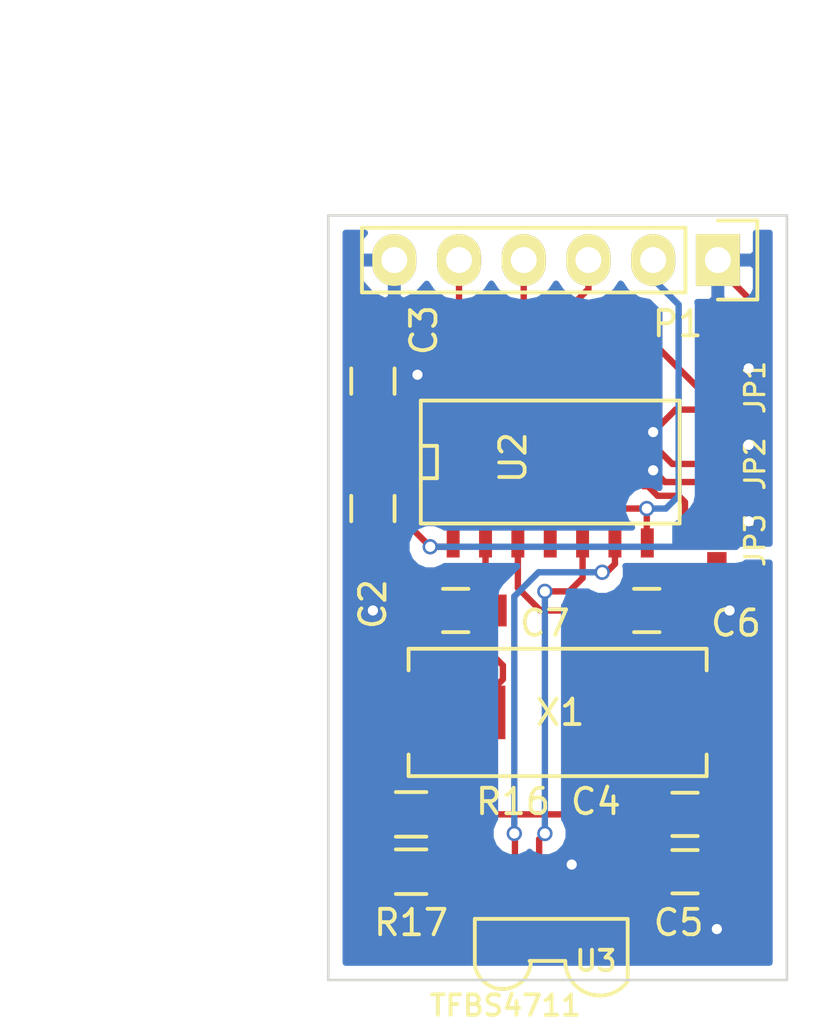
<source format=kicad_pcb>
(kicad_pcb (version 4) (host pcbnew 4.0.2-stable)

  (general
    (links 38)
    (no_connects 34)
    (area 139.949999 109.949999 158.050001 140.050001)
    (thickness 1.6)
    (drawings 6)
    (tracks 169)
    (zones 0)
    (modules 15)
    (nets 16)
  )

  (page A4)
  (layers
    (0 F.Cu signal)
    (31 B.Cu signal)
    (32 B.Adhes user hide)
    (33 F.Adhes user hide)
    (34 B.Paste user hide)
    (35 F.Paste user hide)
    (36 B.SilkS user)
    (37 F.SilkS user)
    (38 B.Mask user)
    (39 F.Mask user)
    (40 Dwgs.User user)
    (41 Cmts.User user)
    (42 Eco1.User user)
    (43 Eco2.User user)
    (44 Edge.Cuts user)
    (45 Margin user)
    (46 B.CrtYd user)
    (47 F.CrtYd user)
    (48 B.Fab user)
    (49 F.Fab user)
  )

  (setup
    (last_trace_width 0.25)
    (trace_clearance 0.2)
    (zone_clearance 0.508)
    (zone_45_only no)
    (trace_min 0.2)
    (segment_width 0.2)
    (edge_width 0.1)
    (via_size 0.6)
    (via_drill 0.4)
    (via_min_size 0.4)
    (via_min_drill 0.3)
    (uvia_size 0.3)
    (uvia_drill 0.1)
    (uvias_allowed no)
    (uvia_min_size 0.2)
    (uvia_min_drill 0.1)
    (pcb_text_width 0.3)
    (pcb_text_size 1.5 1.5)
    (mod_edge_width 0.15)
    (mod_text_size 1 1)
    (mod_text_width 0.15)
    (pad_size 3 3)
    (pad_drill 2.3)
    (pad_to_mask_clearance 0.152)
    (aux_axis_origin 0 0)
    (visible_elements FFFEEF7F)
    (pcbplotparams
      (layerselection 0x011f0_80000001)
      (usegerberextensions false)
      (excludeedgelayer true)
      (linewidth 0.100000)
      (plotframeref false)
      (viasonmask false)
      (mode 1)
      (useauxorigin false)
      (hpglpennumber 1)
      (hpglpenspeed 20)
      (hpglpendiameter 15)
      (hpglpenoverlay 2)
      (psnegative false)
      (psa4output false)
      (plotreference true)
      (plotvalue false)
      (plotinvisibletext false)
      (padsonsilk false)
      (subtractmaskfromsilk true)
      (outputformat 1)
      (mirror false)
      (drillshape 0)
      (scaleselection 1)
      (outputdirectory Fab/))
  )

  (net 0 "")
  (net 1 +5V)
  (net 2 GND)
  (net 3 "Net-(C4-Pad1)")
  (net 4 "Net-(C6-Pad1)")
  (net 5 "Net-(C7-Pad1)")
  (net 6 "Net-(JP1-Pad2)")
  (net 7 "Net-(JP2-Pad2)")
  (net 8 "Net-(JP3-Pad2)")
  (net 9 ENABLE)
  (net 10 /RESET)
  (net 11 /TX)
  (net 12 /RX)
  (net 13 "Net-(R17-Pad2)")
  (net 14 "Net-(U2-Pad5)")
  (net 15 "Net-(U2-Pad6)")

  (net_class Default "This is the default net class."
    (clearance 0.2)
    (trace_width 0.25)
    (via_dia 0.6)
    (via_drill 0.4)
    (uvia_dia 0.3)
    (uvia_drill 0.1)
    (add_net +5V)
    (add_net /RESET)
    (add_net /RX)
    (add_net /TX)
    (add_net ENABLE)
    (add_net GND)
    (add_net "Net-(C4-Pad1)")
    (add_net "Net-(C6-Pad1)")
    (add_net "Net-(C7-Pad1)")
    (add_net "Net-(JP1-Pad2)")
    (add_net "Net-(JP2-Pad2)")
    (add_net "Net-(JP3-Pad2)")
    (add_net "Net-(R17-Pad2)")
    (add_net "Net-(U2-Pad5)")
    (add_net "Net-(U2-Pad6)")
  )

  (module Capacitors_SMD:C_0805_HandSoldering (layer F.Cu) (tedit 541A9B8D) (tstamp 57C65449)
    (at 141.75 121.5 270)
    (descr "Capacitor SMD 0805, hand soldering")
    (tags "capacitor 0805")
    (path /539FD3D9)
    (attr smd)
    (fp_text reference C2 (at 3.75 0 270) (layer F.SilkS)
      (effects (font (size 1 1) (thickness 0.15)))
    )
    (fp_text value 4.7uf (at 0 2.1 270) (layer F.Fab)
      (effects (font (size 1 1) (thickness 0.15)))
    )
    (fp_line (start -2.3 -1) (end 2.3 -1) (layer F.CrtYd) (width 0.05))
    (fp_line (start -2.3 1) (end 2.3 1) (layer F.CrtYd) (width 0.05))
    (fp_line (start -2.3 -1) (end -2.3 1) (layer F.CrtYd) (width 0.05))
    (fp_line (start 2.3 -1) (end 2.3 1) (layer F.CrtYd) (width 0.05))
    (fp_line (start 0.5 -0.85) (end -0.5 -0.85) (layer F.SilkS) (width 0.15))
    (fp_line (start -0.5 0.85) (end 0.5 0.85) (layer F.SilkS) (width 0.15))
    (pad 1 smd rect (at -1.25 0 270) (size 1.5 1.25) (layers F.Cu F.Paste F.Mask)
      (net 1 +5V))
    (pad 2 smd rect (at 1.25 0 270) (size 1.5 1.25) (layers F.Cu F.Paste F.Mask)
      (net 2 GND))
    (model Capacitors_SMD.3dshapes/C_0805_HandSoldering.wrl
      (at (xyz 0 0 0))
      (scale (xyz 1 1 1))
      (rotate (xyz 0 0 0))
    )
  )

  (module Capacitors_SMD:C_0805_HandSoldering (layer F.Cu) (tedit 541A9B8D) (tstamp 57C6544F)
    (at 141.75 116.5 90)
    (descr "Capacitor SMD 0805, hand soldering")
    (tags "capacitor 0805")
    (path /539FD3DF)
    (attr smd)
    (fp_text reference C3 (at 2 2 90) (layer F.SilkS)
      (effects (font (size 1 1) (thickness 0.15)))
    )
    (fp_text value 0.1uf (at 0 2.1 90) (layer F.Fab)
      (effects (font (size 1 1) (thickness 0.15)))
    )
    (fp_line (start -2.3 -1) (end 2.3 -1) (layer F.CrtYd) (width 0.05))
    (fp_line (start -2.3 1) (end 2.3 1) (layer F.CrtYd) (width 0.05))
    (fp_line (start -2.3 -1) (end -2.3 1) (layer F.CrtYd) (width 0.05))
    (fp_line (start 2.3 -1) (end 2.3 1) (layer F.CrtYd) (width 0.05))
    (fp_line (start 0.5 -0.85) (end -0.5 -0.85) (layer F.SilkS) (width 0.15))
    (fp_line (start -0.5 0.85) (end 0.5 0.85) (layer F.SilkS) (width 0.15))
    (pad 1 smd rect (at -1.25 0 90) (size 1.5 1.25) (layers F.Cu F.Paste F.Mask)
      (net 1 +5V))
    (pad 2 smd rect (at 1.25 0 90) (size 1.5 1.25) (layers F.Cu F.Paste F.Mask)
      (net 2 GND))
    (model Capacitors_SMD.3dshapes/C_0805_HandSoldering.wrl
      (at (xyz 0 0 0))
      (scale (xyz 1 1 1))
      (rotate (xyz 0 0 0))
    )
  )

  (module Capacitors_SMD:C_0805_HandSoldering (layer F.Cu) (tedit 541A9B8D) (tstamp 57C65455)
    (at 154 133.5)
    (descr "Capacitor SMD 0805, hand soldering")
    (tags "capacitor 0805")
    (path /539FC9A1)
    (attr smd)
    (fp_text reference C4 (at -3.5 -0.5) (layer F.SilkS)
      (effects (font (size 1 1) (thickness 0.15)))
    )
    (fp_text value 4.7uf (at 0 2.1) (layer F.Fab)
      (effects (font (size 1 1) (thickness 0.15)))
    )
    (fp_line (start -2.3 -1) (end 2.3 -1) (layer F.CrtYd) (width 0.05))
    (fp_line (start -2.3 1) (end 2.3 1) (layer F.CrtYd) (width 0.05))
    (fp_line (start -2.3 -1) (end -2.3 1) (layer F.CrtYd) (width 0.05))
    (fp_line (start 2.3 -1) (end 2.3 1) (layer F.CrtYd) (width 0.05))
    (fp_line (start 0.5 -0.85) (end -0.5 -0.85) (layer F.SilkS) (width 0.15))
    (fp_line (start -0.5 0.85) (end 0.5 0.85) (layer F.SilkS) (width 0.15))
    (pad 1 smd rect (at -1.25 0) (size 1.5 1.25) (layers F.Cu F.Paste F.Mask)
      (net 3 "Net-(C4-Pad1)"))
    (pad 2 smd rect (at 1.25 0) (size 1.5 1.25) (layers F.Cu F.Paste F.Mask)
      (net 2 GND))
    (model Capacitors_SMD.3dshapes/C_0805_HandSoldering.wrl
      (at (xyz 0 0 0))
      (scale (xyz 1 1 1))
      (rotate (xyz 0 0 0))
    )
  )

  (module Capacitors_SMD:C_0805_HandSoldering (layer F.Cu) (tedit 541A9B8D) (tstamp 57C6545B)
    (at 154 135.75)
    (descr "Capacitor SMD 0805, hand soldering")
    (tags "capacitor 0805")
    (path /539FC9B1)
    (attr smd)
    (fp_text reference C5 (at -0.25 2) (layer F.SilkS)
      (effects (font (size 1 1) (thickness 0.15)))
    )
    (fp_text value 0.1uf (at 0 2.1) (layer F.Fab)
      (effects (font (size 1 1) (thickness 0.15)))
    )
    (fp_line (start -2.3 -1) (end 2.3 -1) (layer F.CrtYd) (width 0.05))
    (fp_line (start -2.3 1) (end 2.3 1) (layer F.CrtYd) (width 0.05))
    (fp_line (start -2.3 -1) (end -2.3 1) (layer F.CrtYd) (width 0.05))
    (fp_line (start 2.3 -1) (end 2.3 1) (layer F.CrtYd) (width 0.05))
    (fp_line (start 0.5 -0.85) (end -0.5 -0.85) (layer F.SilkS) (width 0.15))
    (fp_line (start -0.5 0.85) (end 0.5 0.85) (layer F.SilkS) (width 0.15))
    (pad 1 smd rect (at -1.25 0) (size 1.5 1.25) (layers F.Cu F.Paste F.Mask)
      (net 3 "Net-(C4-Pad1)"))
    (pad 2 smd rect (at 1.25 0) (size 1.5 1.25) (layers F.Cu F.Paste F.Mask)
      (net 2 GND))
    (model Capacitors_SMD.3dshapes/C_0805_HandSoldering.wrl
      (at (xyz 0 0 0))
      (scale (xyz 1 1 1))
      (rotate (xyz 0 0 0))
    )
  )

  (module Capacitors_SMD:C_0805_HandSoldering (layer F.Cu) (tedit 541A9B8D) (tstamp 57C65461)
    (at 152.5 125.5)
    (descr "Capacitor SMD 0805, hand soldering")
    (tags "capacitor 0805")
    (path /539FC14E)
    (attr smd)
    (fp_text reference C6 (at 3.5 0.5) (layer F.SilkS)
      (effects (font (size 1 1) (thickness 0.15)))
    )
    (fp_text value 27pf (at 0 2.1) (layer F.Fab)
      (effects (font (size 1 1) (thickness 0.15)))
    )
    (fp_line (start -2.3 -1) (end 2.3 -1) (layer F.CrtYd) (width 0.05))
    (fp_line (start -2.3 1) (end 2.3 1) (layer F.CrtYd) (width 0.05))
    (fp_line (start -2.3 -1) (end -2.3 1) (layer F.CrtYd) (width 0.05))
    (fp_line (start 2.3 -1) (end 2.3 1) (layer F.CrtYd) (width 0.05))
    (fp_line (start 0.5 -0.85) (end -0.5 -0.85) (layer F.SilkS) (width 0.15))
    (fp_line (start -0.5 0.85) (end 0.5 0.85) (layer F.SilkS) (width 0.15))
    (pad 1 smd rect (at -1.25 0) (size 1.5 1.25) (layers F.Cu F.Paste F.Mask)
      (net 4 "Net-(C6-Pad1)"))
    (pad 2 smd rect (at 1.25 0) (size 1.5 1.25) (layers F.Cu F.Paste F.Mask)
      (net 2 GND))
    (model Capacitors_SMD.3dshapes/C_0805_HandSoldering.wrl
      (at (xyz 0 0 0))
      (scale (xyz 1 1 1))
      (rotate (xyz 0 0 0))
    )
  )

  (module Capacitors_SMD:C_0805_HandSoldering (layer F.Cu) (tedit 541A9B8D) (tstamp 57C65467)
    (at 145 125.5 180)
    (descr "Capacitor SMD 0805, hand soldering")
    (tags "capacitor 0805")
    (path /539D0EA2)
    (attr smd)
    (fp_text reference C7 (at -3.5 -0.5 180) (layer F.SilkS)
      (effects (font (size 1 1) (thickness 0.15)))
    )
    (fp_text value 27pf (at 0 2.1 180) (layer F.Fab)
      (effects (font (size 1 1) (thickness 0.15)))
    )
    (fp_line (start -2.3 -1) (end 2.3 -1) (layer F.CrtYd) (width 0.05))
    (fp_line (start -2.3 1) (end 2.3 1) (layer F.CrtYd) (width 0.05))
    (fp_line (start -2.3 -1) (end -2.3 1) (layer F.CrtYd) (width 0.05))
    (fp_line (start 2.3 -1) (end 2.3 1) (layer F.CrtYd) (width 0.05))
    (fp_line (start 0.5 -0.85) (end -0.5 -0.85) (layer F.SilkS) (width 0.15))
    (fp_line (start -0.5 0.85) (end 0.5 0.85) (layer F.SilkS) (width 0.15))
    (pad 1 smd rect (at -1.25 0 180) (size 1.5 1.25) (layers F.Cu F.Paste F.Mask)
      (net 5 "Net-(C7-Pad1)"))
    (pad 2 smd rect (at 1.25 0 180) (size 1.5 1.25) (layers F.Cu F.Paste F.Mask)
      (net 2 GND))
    (model Capacitors_SMD.3dshapes/C_0805_HandSoldering.wrl
      (at (xyz 0 0 0))
      (scale (xyz 1 1 1))
      (rotate (xyz 0 0 0))
    )
  )

  (module CosmoneerJr:S_JUMPER_3 (layer F.Cu) (tedit 514E2FE1) (tstamp 57C6546E)
    (at 155.25 116.7888 90)
    (path /539FC2D0)
    (fp_text reference JP1 (at 0.0388 1.5 90) (layer F.SilkS)
      (effects (font (size 0.762 0.762) (thickness 0.127)))
    )
    (fp_text value JUMPER3 (at -0.05 1.25 90) (layer F.SilkS) hide
      (effects (font (size 0.762 0.762) (thickness 0.127)))
    )
    (pad 2 smd rect (at 0 0 90) (size 0.508 0.762) (layers F.Cu F.Paste F.Mask)
      (net 6 "Net-(JP1-Pad2)") (clearance 0.2032))
    (pad 1 smd rect (at -0.7112 0 90) (size 0.508 0.762) (layers F.Cu F.Paste F.Mask)
      (net 2 GND) (clearance 0.2032))
    (pad 3 smd rect (at 0.7112 0 90) (size 0.508 0.762) (layers F.Cu F.Paste F.Mask)
      (net 1 +5V) (clearance 0.2032))
  )

  (module CosmoneerJr:S_JUMPER_3 (layer F.Cu) (tedit 514E2FE1) (tstamp 57C65475)
    (at 155.25 119.75 90)
    (path /539FCDAE)
    (fp_text reference JP2 (at 0 1.5 90) (layer F.SilkS)
      (effects (font (size 0.762 0.762) (thickness 0.127)))
    )
    (fp_text value JUMPER3 (at -0.05 1.25 90) (layer F.SilkS) hide
      (effects (font (size 0.762 0.762) (thickness 0.127)))
    )
    (pad 2 smd rect (at 0 0 90) (size 0.508 0.762) (layers F.Cu F.Paste F.Mask)
      (net 7 "Net-(JP2-Pad2)") (clearance 0.2032))
    (pad 1 smd rect (at -0.7112 0 90) (size 0.508 0.762) (layers F.Cu F.Paste F.Mask)
      (net 2 GND) (clearance 0.2032))
    (pad 3 smd rect (at 0.7112 0 90) (size 0.508 0.762) (layers F.Cu F.Paste F.Mask)
      (net 1 +5V) (clearance 0.2032))
  )

  (module CosmoneerJr:S_JUMPER_3 (layer F.Cu) (tedit 514E2FE1) (tstamp 57C6547C)
    (at 155.25 122.75 90)
    (path /539FCDB4)
    (fp_text reference JP3 (at 0 1.5 90) (layer F.SilkS)
      (effects (font (size 0.762 0.762) (thickness 0.127)))
    )
    (fp_text value JUMPER3 (at -0.05 1.25 90) (layer F.SilkS) hide
      (effects (font (size 0.762 0.762) (thickness 0.127)))
    )
    (pad 2 smd rect (at 0 0 90) (size 0.508 0.762) (layers F.Cu F.Paste F.Mask)
      (net 8 "Net-(JP3-Pad2)") (clearance 0.2032))
    (pad 1 smd rect (at -0.7112 0 90) (size 0.508 0.762) (layers F.Cu F.Paste F.Mask)
      (net 2 GND) (clearance 0.2032))
    (pad 3 smd rect (at 0.7112 0 90) (size 0.508 0.762) (layers F.Cu F.Paste F.Mask)
      (net 1 +5V) (clearance 0.2032))
  )

  (module Pin_Headers:Pin_Header_Straight_1x06 (layer F.Cu) (tedit 0) (tstamp 57C65486)
    (at 155.29 111.75 270)
    (descr "Through hole pin header")
    (tags "pin header")
    (path /539D27D4)
    (fp_text reference P1 (at 2.5 1.58 360) (layer F.SilkS)
      (effects (font (size 1 1) (thickness 0.15)))
    )
    (fp_text value ".1\" Header" (at 0 -3.1 270) (layer F.Fab)
      (effects (font (size 1 1) (thickness 0.15)))
    )
    (fp_line (start -1.75 -1.75) (end -1.75 14.45) (layer F.CrtYd) (width 0.05))
    (fp_line (start 1.75 -1.75) (end 1.75 14.45) (layer F.CrtYd) (width 0.05))
    (fp_line (start -1.75 -1.75) (end 1.75 -1.75) (layer F.CrtYd) (width 0.05))
    (fp_line (start -1.75 14.45) (end 1.75 14.45) (layer F.CrtYd) (width 0.05))
    (fp_line (start 1.27 1.27) (end 1.27 13.97) (layer F.SilkS) (width 0.15))
    (fp_line (start 1.27 13.97) (end -1.27 13.97) (layer F.SilkS) (width 0.15))
    (fp_line (start -1.27 13.97) (end -1.27 1.27) (layer F.SilkS) (width 0.15))
    (fp_line (start 1.55 -1.55) (end 1.55 0) (layer F.SilkS) (width 0.15))
    (fp_line (start 1.27 1.27) (end -1.27 1.27) (layer F.SilkS) (width 0.15))
    (fp_line (start -1.55 0) (end -1.55 -1.55) (layer F.SilkS) (width 0.15))
    (fp_line (start -1.55 -1.55) (end 1.55 -1.55) (layer F.SilkS) (width 0.15))
    (pad 1 thru_hole rect (at 0 0 270) (size 2.032 1.7272) (drill 1.016) (layers *.Cu *.Mask F.SilkS)
      (net 1 +5V))
    (pad 2 thru_hole oval (at 0 2.54 270) (size 2.032 1.7272) (drill 1.016) (layers *.Cu *.Mask F.SilkS)
      (net 10 /RESET))
    (pad 3 thru_hole oval (at 0 5.08 270) (size 2.032 1.7272) (drill 1.016) (layers *.Cu *.Mask F.SilkS)
      (net 12 /RX))
    (pad 4 thru_hole oval (at 0 7.62 270) (size 2.032 1.7272) (drill 1.016) (layers *.Cu *.Mask F.SilkS)
      (net 11 /TX))
    (pad 5 thru_hole oval (at 0 10.16 270) (size 2.032 1.7272) (drill 1.016) (layers *.Cu *.Mask F.SilkS)
      (net 9 ENABLE))
    (pad 6 thru_hole oval (at 0 12.7 270) (size 2.032 1.7272) (drill 1.016) (layers *.Cu *.Mask F.SilkS)
      (net 2 GND))
    (model Pin_Headers.3dshapes/Pin_Header_Straight_1x06.wrl
      (at (xyz 0 -0.25 0))
      (scale (xyz 1 1 1))
      (rotate (xyz 0 0 90))
    )
  )

  (module Resistors_SMD:R_0805_HandSoldering (layer F.Cu) (tedit 54189DEE) (tstamp 57C6548C)
    (at 143.25 133.5)
    (descr "Resistor SMD 0805, hand soldering")
    (tags "resistor 0805")
    (path /539FC154)
    (attr smd)
    (fp_text reference R16 (at 4 -0.5) (layer F.SilkS)
      (effects (font (size 1 1) (thickness 0.15)))
    )
    (fp_text value "47 Ohm" (at 0 2.1) (layer F.Fab)
      (effects (font (size 1 1) (thickness 0.15)))
    )
    (fp_line (start -2.4 -1) (end 2.4 -1) (layer F.CrtYd) (width 0.05))
    (fp_line (start -2.4 1) (end 2.4 1) (layer F.CrtYd) (width 0.05))
    (fp_line (start -2.4 -1) (end -2.4 1) (layer F.CrtYd) (width 0.05))
    (fp_line (start 2.4 -1) (end 2.4 1) (layer F.CrtYd) (width 0.05))
    (fp_line (start 0.6 0.875) (end -0.6 0.875) (layer F.SilkS) (width 0.15))
    (fp_line (start -0.6 -0.875) (end 0.6 -0.875) (layer F.SilkS) (width 0.15))
    (pad 1 smd rect (at -1.35 0) (size 1.5 1.3) (layers F.Cu F.Paste F.Mask)
      (net 1 +5V))
    (pad 2 smd rect (at 1.35 0) (size 1.5 1.3) (layers F.Cu F.Paste F.Mask)
      (net 3 "Net-(C4-Pad1)"))
    (model Resistors_SMD.3dshapes/R_0805_HandSoldering.wrl
      (at (xyz 0 0 0))
      (scale (xyz 1 1 1))
      (rotate (xyz 0 0 0))
    )
  )

  (module Resistors_SMD:R_0805_HandSoldering (layer F.Cu) (tedit 54189DEE) (tstamp 57C65492)
    (at 143.25 135.75)
    (descr "Resistor SMD 0805, hand soldering")
    (tags "resistor 0805")
    (path /539FCBF5)
    (attr smd)
    (fp_text reference R17 (at 0 2) (layer F.SilkS)
      (effects (font (size 1 1) (thickness 0.15)))
    )
    (fp_text value "0 Ohm" (at 0 2.1) (layer F.Fab)
      (effects (font (size 1 1) (thickness 0.15)))
    )
    (fp_line (start -2.4 -1) (end 2.4 -1) (layer F.CrtYd) (width 0.05))
    (fp_line (start -2.4 1) (end 2.4 1) (layer F.CrtYd) (width 0.05))
    (fp_line (start -2.4 -1) (end -2.4 1) (layer F.CrtYd) (width 0.05))
    (fp_line (start 2.4 -1) (end 2.4 1) (layer F.CrtYd) (width 0.05))
    (fp_line (start 0.6 0.875) (end -0.6 0.875) (layer F.SilkS) (width 0.15))
    (fp_line (start -0.6 -0.875) (end 0.6 -0.875) (layer F.SilkS) (width 0.15))
    (pad 1 smd rect (at -1.35 0) (size 1.5 1.3) (layers F.Cu F.Paste F.Mask)
      (net 1 +5V))
    (pad 2 smd rect (at 1.35 0) (size 1.5 1.3) (layers F.Cu F.Paste F.Mask)
      (net 13 "Net-(R17-Pad2)"))
    (model Resistors_SMD.3dshapes/R_0805_HandSoldering.wrl
      (at (xyz 0 0 0))
      (scale (xyz 1 1 1))
      (rotate (xyz 0 0 0))
    )
  )

  (module SMD_Packages:SOIC-14_N (layer F.Cu) (tedit 0) (tstamp 57C654A4)
    (at 148.71 119.548)
    (descr "Module CMS SOJ 14 pins Large")
    (tags "CMS SOJ")
    (path /53A118D2)
    (attr smd)
    (fp_text reference U2 (at -1.46 -0.048 90) (layer F.SilkS)
      (effects (font (size 1 1) (thickness 0.15)))
    )
    (fp_text value MCP2120-SL (at 0 1.27) (layer F.Fab)
      (effects (font (size 1 1) (thickness 0.15)))
    )
    (fp_line (start 5.08 -2.286) (end 5.08 2.54) (layer F.SilkS) (width 0.15))
    (fp_line (start 5.08 2.54) (end -5.08 2.54) (layer F.SilkS) (width 0.15))
    (fp_line (start -5.08 2.54) (end -5.08 -2.286) (layer F.SilkS) (width 0.15))
    (fp_line (start -5.08 -2.286) (end 5.08 -2.286) (layer F.SilkS) (width 0.15))
    (fp_line (start -5.08 -0.508) (end -4.445 -0.508) (layer F.SilkS) (width 0.15))
    (fp_line (start -4.445 -0.508) (end -4.445 0.762) (layer F.SilkS) (width 0.15))
    (fp_line (start -4.445 0.762) (end -5.08 0.762) (layer F.SilkS) (width 0.15))
    (pad 1 smd rect (at -3.81 3.302) (size 0.508 1.143) (layers F.Cu F.Paste F.Mask)
      (net 1 +5V))
    (pad 2 smd rect (at -2.54 3.302) (size 0.508 1.143) (layers F.Cu F.Paste F.Mask)
      (net 5 "Net-(C7-Pad1)"))
    (pad 3 smd rect (at -1.27 3.302) (size 0.508 1.143) (layers F.Cu F.Paste F.Mask)
      (net 4 "Net-(C6-Pad1)"))
    (pad 4 smd rect (at 0 3.302) (size 0.508 1.143) (layers F.Cu F.Paste F.Mask)
      (net 10 /RESET))
    (pad 5 smd rect (at 1.27 3.302) (size 0.508 1.143) (layers F.Cu F.Paste F.Mask)
      (net 14 "Net-(U2-Pad5)"))
    (pad 6 smd rect (at 2.54 3.302) (size 0.508 1.143) (layers F.Cu F.Paste F.Mask)
      (net 15 "Net-(U2-Pad6)"))
    (pad 7 smd rect (at 3.81 3.302) (size 0.508 1.143) (layers F.Cu F.Paste F.Mask)
      (net 10 /RESET))
    (pad 8 smd rect (at 3.81 -3.048) (size 0.508 1.143) (layers F.Cu F.Paste F.Mask)
      (net 7 "Net-(JP2-Pad2)"))
    (pad 9 smd rect (at 2.54 -3.048) (size 0.508 1.143) (layers F.Cu F.Paste F.Mask)
      (net 6 "Net-(JP1-Pad2)"))
    (pad 11 smd rect (at 0 -3.048) (size 0.508 1.143) (layers F.Cu F.Paste F.Mask)
      (net 12 /RX))
    (pad 12 smd rect (at -1.27 -3.048) (size 0.508 1.143) (layers F.Cu F.Paste F.Mask)
      (net 11 /TX))
    (pad 13 smd rect (at -2.54 -3.048) (size 0.508 1.143) (layers F.Cu F.Paste F.Mask)
      (net 9 ENABLE))
    (pad 14 smd rect (at -3.81 -3.048) (size 0.508 1.143) (layers F.Cu F.Paste F.Mask)
      (net 2 GND))
    (pad 10 smd rect (at 1.27 -3.048) (size 0.508 1.143) (layers F.Cu F.Paste F.Mask)
      (net 8 "Net-(JP3-Pad2)"))
    (model SMD_Packages.3dshapes/SOIC-14_N.wrl
      (at (xyz 0 0 0))
      (scale (xyz 0.5 0.4 0.5))
      (rotate (xyz 0 0 0))
    )
  )

  (module CosmoneerJr:vishay_TFBS4711 (layer F.Cu) (tedit 53A805FA) (tstamp 57C654AE)
    (at 148.75 138.5)
    (descr "Infrared Transceiver - Vishay TFBS4711 series")
    (path /539E787D)
    (fp_text reference U3 (at 1.75 0.75) (layer F.SilkS)
      (effects (font (size 0.8 0.8) (thickness 0.15)))
    )
    (fp_text value TFBS4711 (at -1.8 2.5) (layer F.SilkS)
      (effects (font (size 0.8 0.8) (thickness 0.15)))
    )
    (fp_line (start -0.85 0.75) (end 0.55 0.75) (layer F.SilkS) (width 0.15))
    (fp_line (start 3 -0.9) (end 3 1.5) (layer F.SilkS) (width 0.15))
    (fp_arc (start 1.9 0.75) (end 3 1.55) (angle 90) (layer F.SilkS) (width 0.15))
    (fp_arc (start 1.9 0.75) (end 1.9 2.1) (angle 90) (layer F.SilkS) (width 0.15))
    (fp_arc (start -1.9 0.75) (end -0.8 0.75) (angle 90) (layer F.SilkS) (width 0.15))
    (fp_arc (start -1.9 0.75) (end -1.8 1.85) (angle 90) (layer F.SilkS) (width 0.15))
    (fp_line (start 3 -0.9) (end -3 -0.9) (layer F.SilkS) (width 0.15))
    (fp_line (start -3 -0.9) (end -3 0.8) (layer F.SilkS) (width 0.15))
    (pad 1 smd rect (at -2.375 -0.665) (size 0.64 1.27) (layers F.Cu F.Paste F.Mask)
      (net 13 "Net-(R17-Pad2)"))
    (pad 3 smd rect (at -0.475 -0.665) (size 0.64 1.27) (layers F.Cu F.Paste F.Mask)
      (net 14 "Net-(U2-Pad5)"))
    (pad 4 smd rect (at 0.475 -0.665) (size 0.64 1.27) (layers F.Cu F.Paste F.Mask)
      (net 2 GND))
    (pad 2 smd rect (at -1.425 -0.665) (size 0.64 1.27) (layers F.Cu F.Paste F.Mask)
      (net 15 "Net-(U2-Pad6)"))
    (pad 5 smd rect (at 1.425 -0.665) (size 0.64 1.27) (layers F.Cu F.Paste F.Mask)
      (net 3 "Net-(C4-Pad1)"))
    (pad 6 smd rect (at 2.375 -0.665) (size 0.64 1.27) (layers F.Cu F.Paste F.Mask)
      (net 2 GND))
  )

  (module Crystals:Crystal_HC49-SD_SMD (layer F.Cu) (tedit 0) (tstamp 57C654B4)
    (at 149 129.5)
    (descr "Crystal Quarz HC49-SD SMD")
    (tags "Crystal Quarz HC49-SD SMD")
    (path /539E6B49)
    (attr smd)
    (fp_text reference X1 (at 0.09886 0) (layer F.SilkS)
      (effects (font (size 1 1) (thickness 0.15)))
    )
    (fp_text value 7.3728Mhz (at -12.65114 0) (layer F.Fab)
      (effects (font (size 1 1) (thickness 0.15)))
    )
    (fp_circle (center 0 0) (end 0.8509 0) (layer F.Adhes) (width 0.381))
    (fp_circle (center 0 0) (end 0.50038 0) (layer F.Adhes) (width 0.381))
    (fp_circle (center 0 0) (end 0.14986 0.0508) (layer F.Adhes) (width 0.381))
    (fp_line (start -5.84962 2.49936) (end 5.84962 2.49936) (layer F.SilkS) (width 0.15))
    (fp_line (start 5.84962 -2.49936) (end -5.84962 -2.49936) (layer F.SilkS) (width 0.15))
    (fp_line (start 5.84962 2.49936) (end 5.84962 1.651) (layer F.SilkS) (width 0.15))
    (fp_line (start 5.84962 -2.49936) (end 5.84962 -1.651) (layer F.SilkS) (width 0.15))
    (fp_line (start -5.84962 2.49936) (end -5.84962 1.651) (layer F.SilkS) (width 0.15))
    (fp_line (start -5.84962 -2.49936) (end -5.84962 -1.651) (layer F.SilkS) (width 0.15))
    (pad 1 smd rect (at -4.84886 0) (size 5.6007 2.10058) (layers F.Cu F.Paste F.Mask)
      (net 5 "Net-(C7-Pad1)"))
    (pad 2 smd rect (at 4.84886 0) (size 5.6007 2.10058) (layers F.Cu F.Paste F.Mask)
      (net 4 "Net-(C6-Pad1)"))
  )

  (dimension 30 (width 0.3) (layer Dwgs.User)
    (gr_text "30.000 mm" (at 133.4 125 90) (layer Dwgs.User)
      (effects (font (size 1.5 1.5) (thickness 0.3)))
    )
    (feature1 (pts (xy 140 110) (xy 132.05 110)))
    (feature2 (pts (xy 140 140) (xy 132.05 140)))
    (crossbar (pts (xy 134.75 140) (xy 134.75 110)))
    (arrow1a (pts (xy 134.75 110) (xy 135.336421 111.126504)))
    (arrow1b (pts (xy 134.75 110) (xy 134.163579 111.126504)))
    (arrow2a (pts (xy 134.75 140) (xy 135.336421 138.873496)))
    (arrow2b (pts (xy 134.75 140) (xy 134.163579 138.873496)))
  )
  (dimension 18 (width 0.3) (layer Dwgs.User)
    (gr_text "18.000 mm" (at 149 103.4) (layer Dwgs.User)
      (effects (font (size 1.5 1.5) (thickness 0.3)))
    )
    (feature1 (pts (xy 158 110) (xy 158 102.05)))
    (feature2 (pts (xy 140 110) (xy 140 102.05)))
    (crossbar (pts (xy 140 104.75) (xy 158 104.75)))
    (arrow1a (pts (xy 158 104.75) (xy 156.873496 105.336421)))
    (arrow1b (pts (xy 158 104.75) (xy 156.873496 104.163579)))
    (arrow2a (pts (xy 140 104.75) (xy 141.126504 105.336421)))
    (arrow2b (pts (xy 140 104.75) (xy 141.126504 104.163579)))
  )
  (gr_line (start 158 140) (end 158 110) (layer Edge.Cuts) (width 0.1))
  (gr_line (start 140 140) (end 158 140) (layer Edge.Cuts) (width 0.1))
  (gr_line (start 140 110) (end 140 140) (layer Edge.Cuts) (width 0.1))
  (gr_line (start 158 110) (end 140 110) (layer Edge.Cuts) (width 0.1))

  (segment (start 141.75 120.25) (end 141.75 117.75) (width 0.25) (layer F.Cu) (net 1))
  (segment (start 140.7 121.7) (end 141.95 120.45) (width 0.25) (layer F.Cu) (net 1))
  (segment (start 140.7 132.45) (end 140.7 121.7) (width 0.25) (layer F.Cu) (net 1))
  (segment (start 141.95 133.7) (end 140.7 132.45) (width 0.25) (layer F.Cu) (net 1))
  (segment (start 141.9 133.5) (end 141.75 133.5) (width 0.25) (layer F.Cu) (net 1))
  (segment (start 141.9 135.75) (end 141.9 133.5) (width 0.25) (layer F.Cu) (net 1))
  (segment (start 156.5 119) (end 156.5 122) (width 0.25) (layer F.Cu) (net 1))
  (segment (start 156.5 116) (end 156.5 119) (width 0.25) (layer F.Cu) (net 1))
  (segment (start 156.5 113.25) (end 156.5 116) (width 0.25) (layer F.Cu) (net 1))
  (segment (start 155.16 111.91) (end 156.5 113.25) (width 0.25) (layer F.Cu) (net 1))
  (segment (start 155.16 111.75) (end 155.16 111.91) (width 0.25) (layer F.Cu) (net 1))
  (segment (start 144 123) (end 143 122) (width 0.25) (layer F.Cu) (net 1))
  (segment (start 143 122) (end 143 121.625) (width 0.25) (layer F.Cu) (net 1))
  (segment (start 143 121.625) (end 141.75 120.375) (width 0.25) (layer F.Cu) (net 1))
  (segment (start 141.75 120.375) (end 141.75 120.25) (width 0.25) (layer F.Cu) (net 1))
  (segment (start 144 123) (end 144.75 123) (width 0.25) (layer F.Cu) (net 1))
  (segment (start 144.75 123) (end 144.9 122.85) (width 0.25) (layer F.Cu) (net 1))
  (via (at 144 123) (size 0.6) (drill 0.4) (layers F.Cu B.Cu) (net 1))
  (segment (start 156.5 122) (end 156.5 122.5) (width 0.25) (layer B.Cu) (net 1))
  (segment (start 156.5 122.5) (end 156 123) (width 0.25) (layer B.Cu) (net 1))
  (segment (start 156 123) (end 144 123) (width 0.25) (layer B.Cu) (net 1))
  (segment (start 156.5 122) (end 155.2888 122) (width 0.25) (layer F.Cu) (net 1))
  (segment (start 155.2888 122) (end 155.25 122.0388) (width 0.25) (layer F.Cu) (net 1))
  (segment (start 156.5 119) (end 155.2888 119) (width 0.25) (layer F.Cu) (net 1))
  (segment (start 155.2888 119) (end 155.25 119.0388) (width 0.25) (layer F.Cu) (net 1))
  (via (at 156.5 122) (size 0.6) (drill 0.4) (layers F.Cu B.Cu) (net 1))
  (via (at 156.5 119) (size 0.6) (drill 0.4) (layers F.Cu B.Cu) (net 1))
  (segment (start 156.5 116) (end 155.3276 116) (width 0.25) (layer F.Cu) (net 1))
  (segment (start 155.3276 116) (end 155.25 116.0776) (width 0.25) (layer F.Cu) (net 1))
  (via (at 156.5 116) (size 0.6) (drill 0.4) (layers F.Cu B.Cu) (net 1))
  (segment (start 155.16 111.75) (end 155.16 111.9024) (width 0.25) (layer B.Cu) (net 1))
  (segment (start 151.125 137.835) (end 151.125 136.875) (width 0.25) (layer F.Cu) (net 2))
  (segment (start 151.125 136.875) (end 151.25 136.75) (width 0.25) (layer F.Cu) (net 2))
  (segment (start 151.25 136.75) (end 151.65 136.75) (width 0.25) (layer F.Cu) (net 2))
  (segment (start 151.65 136.75) (end 152.9 138) (width 0.25) (layer F.Cu) (net 2))
  (segment (start 152.9 138) (end 155.25 138) (width 0.25) (layer F.Cu) (net 2))
  (segment (start 149.553087 136.621913) (end 149.553087 135.892573) (width 0.25) (layer F.Cu) (net 2))
  (segment (start 149.225 136.95) (end 149.553087 136.621913) (width 0.25) (layer F.Cu) (net 2))
  (segment (start 149.553087 135.892573) (end 149.553087 135.468309) (width 0.25) (layer F.Cu) (net 2))
  (via (at 149.553087 135.468309) (size 0.6) (drill 0.4) (layers F.Cu B.Cu) (net 2))
  (segment (start 149.225 137.835) (end 149.225 136.95) (width 0.25) (layer F.Cu) (net 2))
  (via (at 152.75 118.5) (size 0.6) (drill 0.4) (layers F.Cu B.Cu) (net 2))
  (segment (start 153.631 117.619) (end 152.75 118.5) (width 0.25) (layer F.Cu) (net 2))
  (segment (start 154.5 117.619) (end 153.631 117.619) (width 0.25) (layer F.Cu) (net 2))
  (segment (start 155.25 117.5) (end 154.619 117.5) (width 0.25) (layer F.Cu) (net 2))
  (segment (start 154.619 117.5) (end 154.5 117.619) (width 0.25) (layer F.Cu) (net 2))
  (via (at 152.75 120) (size 0.6) (drill 0.4) (layers F.Cu B.Cu) (net 2))
  (segment (start 153.2112 120.4612) (end 152.75 120) (width 0.25) (layer F.Cu) (net 2))
  (segment (start 155.25 120.4612) (end 153.2112 120.4612) (width 0.25) (layer F.Cu) (net 2))
  (segment (start 155.25 135.75) (end 155.25 133.5) (width 0.25) (layer F.Cu) (net 2))
  (segment (start 155.25 138) (end 155.25 135.75) (width 0.25) (layer F.Cu) (net 2))
  (segment (start 155.25 138) (end 155.549999 137.700001) (width 0.25) (layer B.Cu) (net 2))
  (via (at 155.25 138) (size 0.6) (drill 0.4) (layers F.Cu B.Cu) (net 2))
  (segment (start 155.75 125.5) (end 153.75 125.5) (width 0.25) (layer F.Cu) (net 2))
  (via (at 155.75 125.5) (size 0.6) (drill 0.4) (layers F.Cu B.Cu) (net 2))
  (segment (start 155.75 124.4652) (end 155.75 125.5) (width 0.25) (layer F.Cu) (net 2))
  (segment (start 155.25 123.4612) (end 155.25 123.9652) (width 0.25) (layer F.Cu) (net 2))
  (segment (start 155.25 123.9652) (end 155.75 124.4652) (width 0.25) (layer F.Cu) (net 2))
  (segment (start 143.75 125.5) (end 141.75 125.5) (width 0.25) (layer F.Cu) (net 2))
  (via (at 141.75 125.5) (size 0.6) (drill 0.4) (layers F.Cu B.Cu) (net 2))
  (segment (start 141.75 122.75) (end 141.75 125.5) (width 0.25) (layer F.Cu) (net 2))
  (segment (start 144.9 116.5) (end 143.75 116.5) (width 0.25) (layer F.Cu) (net 2))
  (segment (start 143.75 116.5) (end 143.5 116.25) (width 0.25) (layer F.Cu) (net 2))
  (segment (start 143.5 116.25) (end 143.799999 115.950001) (width 0.25) (layer B.Cu) (net 2))
  (segment (start 143.5 116.125) (end 143.5 116.25) (width 0.25) (layer F.Cu) (net 2))
  (via (at 143.5 116.25) (size 0.6) (drill 0.4) (layers F.Cu B.Cu) (net 2))
  (segment (start 141.75 115.25) (end 142.625 115.25) (width 0.25) (layer F.Cu) (net 2))
  (segment (start 142.625 115.25) (end 143.5 116.125) (width 0.25) (layer F.Cu) (net 2))
  (segment (start 141.75 114.42) (end 141.75 115.25) (width 0.25) (layer B.Cu) (net 2))
  (segment (start 142.46 113.71) (end 141.75 114.42) (width 0.25) (layer B.Cu) (net 2))
  (segment (start 142.46 111.75) (end 142.46 113.71) (width 0.25) (layer B.Cu) (net 2))
  (segment (start 150.175 137.036415) (end 150.175 137.835) (width 0.25) (layer F.Cu) (net 3))
  (segment (start 151.461415 135.75) (end 150.175 137.036415) (width 0.25) (layer F.Cu) (net 3))
  (segment (start 152.75 135.75) (end 151.461415 135.75) (width 0.25) (layer F.Cu) (net 3))
  (segment (start 152.75 133.5) (end 152.75 135.75) (width 0.25) (layer F.Cu) (net 3))
  (segment (start 144.6 133.5) (end 152.75 133.5) (width 0.25) (layer F.Cu) (net 3))
  (segment (start 151.25 125.5) (end 148.324998 125.5) (width 0.25) (layer F.Cu) (net 4))
  (segment (start 148.324998 125.5) (end 147.44 124.615002) (width 0.25) (layer F.Cu) (net 4))
  (segment (start 147.44 124.615002) (end 147.44 122.85) (width 0.25) (layer F.Cu) (net 4))
  (segment (start 151.25 125.5) (end 151.25 127.25) (width 0.25) (layer F.Cu) (net 4))
  (segment (start 151.25 127.25) (end 150.44965 128.05035) (width 0.25) (layer F.Cu) (net 4))
  (segment (start 150.44965 128.05035) (end 150.44965 128.19971) (width 0.25) (layer F.Cu) (net 4))
  (segment (start 150.44965 128.19971) (end 151.74994 129.5) (width 0.25) (layer F.Cu) (net 4))
  (segment (start 151.74994 129.5) (end 153.5 129.5) (width 0.25) (layer F.Cu) (net 4))
  (segment (start 147.44 122.85) (end 147.44 123.1675) (width 0.25) (layer F.Cu) (net 4))
  (segment (start 146.17 122.85) (end 146.17 123.6715) (width 0.25) (layer F.Cu) (net 5))
  (segment (start 146.17 123.6715) (end 145.8415 124) (width 0.25) (layer F.Cu) (net 5))
  (segment (start 145.8415 124) (end 145.5 124) (width 0.25) (layer F.Cu) (net 5))
  (segment (start 145.5 124) (end 145 124.5) (width 0.25) (layer F.Cu) (net 5))
  (segment (start 145 124.5) (end 145 126.25) (width 0.25) (layer F.Cu) (net 5))
  (segment (start 145.5 126.5) (end 146.25 125.75) (width 0.25) (layer F.Cu) (net 5))
  (segment (start 145 126.25) (end 145.25 126.5) (width 0.25) (layer F.Cu) (net 5))
  (segment (start 145.25 126.5) (end 145.5 126.5) (width 0.25) (layer F.Cu) (net 5))
  (segment (start 146.25 125.75) (end 146.25 125.5) (width 0.25) (layer F.Cu) (net 5))
  (segment (start 146.25 125.5) (end 146.25 127.05228) (width 0.25) (layer F.Cu) (net 5))
  (segment (start 146.25 127.05228) (end 146.85263 127.65491) (width 0.25) (layer F.Cu) (net 5))
  (segment (start 146.85263 127.65491) (end 146.85263 128.19971) (width 0.25) (layer F.Cu) (net 5))
  (segment (start 146.85263 128.19971) (end 145.55234 129.5) (width 0.25) (layer F.Cu) (net 5))
  (segment (start 145.55234 129.5) (end 143.80228 129.5) (width 0.25) (layer F.Cu) (net 5))
  (segment (start 146.17 125.42) (end 146.25 125.5) (width 0.25) (layer F.Cu) (net 5))
  (segment (start 151.25 116.5) (end 151.25 115.5) (width 0.25) (layer F.Cu) (net 6))
  (segment (start 151.25 115.5) (end 151.5 115.25) (width 0.25) (layer F.Cu) (net 6))
  (segment (start 151.5 115.25) (end 153 115.25) (width 0.25) (layer F.Cu) (net 6))
  (segment (start 153 115.25) (end 154.5388 116.7888) (width 0.25) (layer F.Cu) (net 6))
  (segment (start 154.5388 116.7888) (end 155.25 116.7888) (width 0.25) (layer F.Cu) (net 6))
  (segment (start 155.25 119.75) (end 153.5 119.75) (width 0.25) (layer F.Cu) (net 7))
  (segment (start 152 118.75) (end 152 118) (width 0.25) (layer F.Cu) (net 7))
  (segment (start 153.5 119.75) (end 153 119.25) (width 0.25) (layer F.Cu) (net 7))
  (segment (start 153 119.25) (end 152.5 119.25) (width 0.25) (layer F.Cu) (net 7))
  (segment (start 152.5 119.25) (end 152 118.75) (width 0.25) (layer F.Cu) (net 7))
  (segment (start 152 118) (end 152.52 117.48) (width 0.25) (layer F.Cu) (net 7))
  (segment (start 152.52 117.48) (end 152.52 116.5) (width 0.25) (layer F.Cu) (net 7))
  (segment (start 155.25 122.75) (end 154.5 122.75) (width 0.25) (layer F.Cu) (net 8))
  (segment (start 154.5 122.75) (end 154 122.25) (width 0.25) (layer F.Cu) (net 8))
  (segment (start 154 122.25) (end 154 121.25) (width 0.25) (layer F.Cu) (net 8))
  (segment (start 154 121.25) (end 153.75 121) (width 0.25) (layer F.Cu) (net 8))
  (segment (start 152.550003 120.625001) (end 152.375001 120.625001) (width 0.25) (layer F.Cu) (net 8))
  (segment (start 153.75 121) (end 152.925002 121) (width 0.25) (layer F.Cu) (net 8))
  (segment (start 149.98 118.23) (end 149.98 116.5) (width 0.25) (layer F.Cu) (net 8))
  (segment (start 152.925002 121) (end 152.550003 120.625001) (width 0.25) (layer F.Cu) (net 8))
  (segment (start 152.375001 120.625001) (end 149.98 118.23) (width 0.25) (layer F.Cu) (net 8))
  (segment (start 146.17 114.42) (end 145.25 113.5) (width 0.25) (layer F.Cu) (net 9))
  (segment (start 145.13 111.75) (end 145.13 113.38) (width 0.25) (layer F.Cu) (net 9))
  (segment (start 145.13 113.38) (end 145.25 113.5) (width 0.25) (layer F.Cu) (net 9))
  (segment (start 146.17 116.5) (end 146.17 114.42) (width 0.25) (layer F.Cu) (net 9))
  (segment (start 152.5 121.5) (end 149 121.5) (width 0.25) (layer F.Cu) (net 10))
  (segment (start 149 121.5) (end 148.71 121.79) (width 0.25) (layer F.Cu) (net 10))
  (segment (start 148.71 121.79) (end 148.71 122.85) (width 0.25) (layer F.Cu) (net 10))
  (segment (start 148.75 122.81) (end 148.71 122.85) (width 0.25) (layer F.Cu) (net 10))
  (segment (start 152.5 121.5) (end 152.5 122.83) (width 0.25) (layer F.Cu) (net 10))
  (segment (start 152.5 122.83) (end 152.52 122.85) (width 0.25) (layer F.Cu) (net 10))
  (via (at 152.5 121.5) (size 0.6) (drill 0.4) (layers F.Cu B.Cu) (net 10))
  (segment (start 153.25 121.5) (end 152.75 121.5) (width 0.25) (layer B.Cu) (net 10))
  (segment (start 152.5 121.5) (end 152.75 121.5) (width 0.25) (layer B.Cu) (net 10))
  (segment (start 153.75 121) (end 153.25 121.5) (width 0.25) (layer B.Cu) (net 10))
  (segment (start 153.75 113.5) (end 153.75 121) (width 0.25) (layer B.Cu) (net 10))
  (segment (start 152.62 112.37) (end 153.75 113.5) (width 0.25) (layer B.Cu) (net 10))
  (segment (start 152.62 111.75) (end 152.62 112.37) (width 0.25) (layer B.Cu) (net 10))
  (segment (start 147.67 111.75) (end 147.67 113.33) (width 0.25) (layer F.Cu) (net 11))
  (segment (start 147.67 113.33) (end 147.44 113.56) (width 0.25) (layer F.Cu) (net 11))
  (segment (start 147.44 113.56) (end 147.44 116.5) (width 0.25) (layer F.Cu) (net 11))
  (segment (start 147.54 111.88) (end 147.67 111.75) (width 0.25) (layer F.Cu) (net 11))
  (segment (start 150.21 111.75) (end 150.21 112.886) (width 0.25) (layer F.Cu) (net 12))
  (segment (start 150.21 112.886) (end 150.08 113.016) (width 0.25) (layer F.Cu) (net 12))
  (segment (start 150.08 113.016) (end 148.71 114.386) (width 0.25) (layer F.Cu) (net 12))
  (segment (start 148.71 114.386) (end 148.71 116.5) (width 0.25) (layer F.Cu) (net 12))
  (segment (start 144.6 135.75) (end 145.6 135.75) (width 0.25) (layer F.Cu) (net 13))
  (segment (start 145.6 135.75) (end 146.375 136.525) (width 0.25) (layer F.Cu) (net 13))
  (segment (start 146.375 136.525) (end 146.375 137.835) (width 0.25) (layer F.Cu) (net 13))
  (segment (start 148.275 137.835) (end 148.275 134.474998) (width 0.25) (layer F.Cu) (net 14))
  (segment (start 148.5 124.75) (end 148.5 134.249998) (width 0.25) (layer B.Cu) (net 14))
  (via (at 148.5 134.249998) (size 0.6) (drill 0.4) (layers F.Cu B.Cu) (net 14))
  (segment (start 148.275 134.474998) (end 148.5 134.249998) (width 0.25) (layer F.Cu) (net 14))
  (segment (start 149.98 122.85) (end 149.98 124.23) (width 0.25) (layer F.Cu) (net 14))
  (segment (start 149.98 124.23) (end 149.46 124.75) (width 0.25) (layer F.Cu) (net 14))
  (segment (start 149.46 124.75) (end 148.5 124.75) (width 0.25) (layer F.Cu) (net 14))
  (via (at 148.5 124.75) (size 0.6) (drill 0.4) (layers F.Cu B.Cu) (net 14))
  (segment (start 147.3 124.95) (end 147.3 133.825736) (width 0.25) (layer B.Cu) (net 15))
  (segment (start 148.25 124) (end 147.3 124.95) (width 0.25) (layer B.Cu) (net 15))
  (segment (start 150.75 124) (end 148.25 124) (width 0.25) (layer B.Cu) (net 15))
  (segment (start 147.325 134.275) (end 147.3 134.25) (width 0.25) (layer F.Cu) (net 15))
  (via (at 147.3 134.25) (size 0.6) (drill 0.4) (layers F.Cu B.Cu) (net 15))
  (segment (start 147.325 137.835) (end 147.325 134.275) (width 0.25) (layer F.Cu) (net 15))
  (segment (start 147.3 133.825736) (end 147.3 134.25) (width 0.25) (layer B.Cu) (net 15))
  (segment (start 151 123.9215) (end 150.8285 123.9215) (width 0.25) (layer F.Cu) (net 15))
  (segment (start 150.8285 123.9215) (end 150.75 124) (width 0.25) (layer F.Cu) (net 15))
  (via (at 150.75 124) (size 0.6) (drill 0.4) (layers F.Cu B.Cu) (net 15))
  (segment (start 151.25 122.85) (end 151.25 123.6715) (width 0.25) (layer F.Cu) (net 15))
  (segment (start 151.25 123.6715) (end 151 123.9215) (width 0.25) (layer F.Cu) (net 15))

  (zone (net 2) (net_name GND) (layer B.Cu) (tstamp 0) (hatch edge 0.508)
    (connect_pads (clearance 0.508))
    (min_thickness 0.254)
    (fill yes (arc_segments 16) (thermal_gap 0.508) (thermal_bridge_width 0.508))
    (polygon
      (pts
        (xy 140.5 110.5) (xy 140.5 139.5) (xy 157.5 139.5) (xy 157.5 123.5) (xy 153.5 123.5)
        (xy 153.5 110.5)
      )
    )
    (filled_polygon
      (pts
        (xy 141.298046 110.83568) (xy 141.104816 111.388087) (xy 141.249076 111.623) (xy 142.463 111.623) (xy 142.463 111.603)
        (xy 142.717 111.603) (xy 142.717 111.623) (xy 142.737 111.623) (xy 142.737 111.877) (xy 142.717 111.877)
        (xy 142.717 113.236217) (xy 142.949026 113.357358) (xy 142.964791 113.354709) (xy 143.492036 113.100732) (xy 143.863539 112.684931)
        (xy 144.07033 112.994415) (xy 144.556511 113.319271) (xy 145.13 113.433345) (xy 145.703489 113.319271) (xy 146.18967 112.994415)
        (xy 146.4 112.679634) (xy 146.61033 112.994415) (xy 147.096511 113.319271) (xy 147.67 113.433345) (xy 148.243489 113.319271)
        (xy 148.72967 112.994415) (xy 148.94 112.679634) (xy 149.15033 112.994415) (xy 149.636511 113.319271) (xy 150.21 113.433345)
        (xy 150.783489 113.319271) (xy 151.26967 112.994415) (xy 151.48 112.679634) (xy 151.69033 112.994415) (xy 152.176511 113.319271)
        (xy 152.573419 113.398221) (xy 152.99 113.814802) (xy 152.99 120.685198) (xy 152.985856 120.689342) (xy 152.686799 120.565162)
        (xy 152.314833 120.564838) (xy 151.971057 120.706883) (xy 151.707808 120.969673) (xy 151.565162 121.313201) (xy 151.564838 121.685167)
        (xy 151.706883 122.028943) (xy 151.917572 122.24) (xy 144.562463 122.24) (xy 144.530327 122.207808) (xy 144.186799 122.065162)
        (xy 143.814833 122.064838) (xy 143.471057 122.206883) (xy 143.207808 122.469673) (xy 143.065162 122.813201) (xy 143.064838 123.185167)
        (xy 143.206883 123.528943) (xy 143.469673 123.792192) (xy 143.813201 123.934838) (xy 144.185167 123.935162) (xy 144.528943 123.793117)
        (xy 144.562118 123.76) (xy 147.415198 123.76) (xy 146.762599 124.412599) (xy 146.597852 124.659161) (xy 146.54 124.95)
        (xy 146.54 133.687537) (xy 146.507808 133.719673) (xy 146.365162 134.063201) (xy 146.364838 134.435167) (xy 146.506883 134.778943)
        (xy 146.769673 135.042192) (xy 147.113201 135.184838) (xy 147.485167 135.185162) (xy 147.828943 135.043117) (xy 147.899894 134.972289)
        (xy 147.969673 135.04219) (xy 148.313201 135.184836) (xy 148.685167 135.18516) (xy 149.028943 135.043115) (xy 149.292192 134.780325)
        (xy 149.434838 134.436797) (xy 149.435162 134.064831) (xy 149.293117 133.721055) (xy 149.26 133.68788) (xy 149.26 125.312463)
        (xy 149.292192 125.280327) (xy 149.434838 124.936799) (xy 149.434992 124.76) (xy 150.187537 124.76) (xy 150.219673 124.792192)
        (xy 150.563201 124.934838) (xy 150.935167 124.935162) (xy 151.278943 124.793117) (xy 151.542192 124.530327) (xy 151.684838 124.186799)
        (xy 151.685162 123.814833) (xy 151.662506 123.76) (xy 156 123.76) (xy 156.290839 123.702148) (xy 156.403306 123.627)
        (xy 157.315 123.627) (xy 157.315 139.315) (xy 140.685 139.315) (xy 140.685 112.111913) (xy 141.104816 112.111913)
        (xy 141.298046 112.66432) (xy 141.687964 113.100732) (xy 142.215209 113.354709) (xy 142.230974 113.357358) (xy 142.463 113.236217)
        (xy 142.463 111.877) (xy 141.249076 111.877) (xy 141.104816 112.111913) (xy 140.685 112.111913) (xy 140.685 110.685)
        (xy 141.432673 110.685)
      )
    )
  )
  (zone (net 1) (net_name +5V) (layer B.Cu) (tstamp 0) (hatch edge 0.508)
    (connect_pads (clearance 0.508))
    (min_thickness 0.254)
    (fill yes (arc_segments 16) (thermal_gap 0.508) (thermal_bridge_width 0.508))
    (polygon
      (pts
        (xy 153.5 110.5) (xy 153.5 123) (xy 157.5 123) (xy 157.5 110.5) (xy 154.75 110.5)
      )
    )
    (filled_polygon
      (pts
        (xy 157.315 122.873) (xy 153.627 122.873) (xy 153.627 122.144577) (xy 153.787401 122.037401) (xy 154.287401 121.537401)
        (xy 154.452148 121.290839) (xy 154.51 121) (xy 154.51 113.5) (xy 154.496741 113.433345) (xy 154.490308 113.401)
        (xy 155.00425 113.401) (xy 155.163 113.24225) (xy 155.163 111.877) (xy 155.417 111.877) (xy 155.417 113.24225)
        (xy 155.57575 113.401) (xy 156.27991 113.401) (xy 156.513299 113.304327) (xy 156.691927 113.125698) (xy 156.7886 112.892309)
        (xy 156.7886 112.03575) (xy 156.62985 111.877) (xy 155.417 111.877) (xy 155.163 111.877) (xy 155.143 111.877)
        (xy 155.143 111.623) (xy 155.163 111.623) (xy 155.163 111.603) (xy 155.417 111.603) (xy 155.417 111.623)
        (xy 156.62985 111.623) (xy 156.7886 111.46425) (xy 156.7886 110.685) (xy 157.315 110.685)
      )
    )
  )
)

</source>
